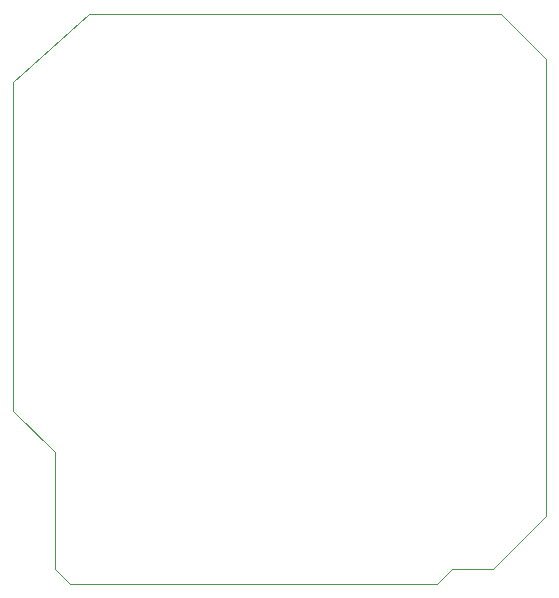
<source format=gtp>
G75*
%MOIN*%
%OFA0B0*%
%FSLAX25Y25*%
%IPPOS*%
%LPD*%
%AMOC8*
5,1,8,0,0,1.08239X$1,22.5*
%
%ADD10C,0.00000*%
D10*
X0189911Y0200358D02*
X0176161Y0214108D01*
X0176161Y0323988D01*
X0201321Y0346608D01*
X0338661Y0346608D01*
X0353661Y0331608D01*
X0353661Y0179108D01*
X0336161Y0161608D01*
X0322411Y0161608D01*
X0317411Y0156608D01*
X0194911Y0156608D01*
X0189911Y0161608D01*
X0189911Y0200358D01*
M02*

</source>
